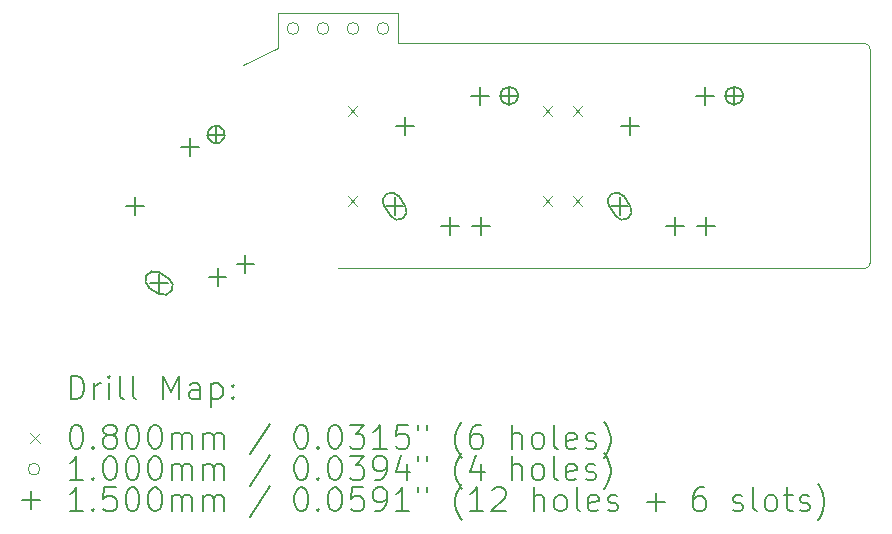
<source format=gbr>
%TF.GenerationSoftware,KiCad,Pcbnew,7.0.5*%
%TF.CreationDate,2023-08-20T02:01:26+08:00*%
%TF.ProjectId,RT,52542e6b-6963-4616-945f-706362585858,rev?*%
%TF.SameCoordinates,Original*%
%TF.FileFunction,Drillmap*%
%TF.FilePolarity,Positive*%
%FSLAX45Y45*%
G04 Gerber Fmt 4.5, Leading zero omitted, Abs format (unit mm)*
G04 Created by KiCad (PCBNEW 7.0.5) date 2023-08-20 02:01:26*
%MOMM*%
%LPD*%
G01*
G04 APERTURE LIST*
%ADD10C,0.100000*%
%ADD11C,0.200000*%
%ADD12C,0.080000*%
%ADD13C,0.150000*%
G04 APERTURE END LIST*
D10*
X13251500Y-11097500D02*
X17711500Y-11097500D01*
X17761500Y-9242500D02*
X17761500Y-11047500D01*
X13763000Y-9192500D02*
X13763000Y-8938000D01*
X13763000Y-9192500D02*
X17711500Y-9192500D01*
X17761500Y-9242500D02*
G75*
G03*
X17711500Y-9192500I-50000J0D01*
G01*
X12446409Y-9370987D02*
X12747000Y-9231000D01*
X12747000Y-8938000D02*
X12747000Y-9231000D01*
X13763000Y-8938000D02*
X12747000Y-8938000D01*
X17711500Y-11097500D02*
G75*
G03*
X17761500Y-11047500I0J50000D01*
G01*
D11*
D12*
X13338500Y-9725000D02*
X13418500Y-9805000D01*
X13418500Y-9725000D02*
X13338500Y-9805000D01*
X13338500Y-10485000D02*
X13418500Y-10565000D01*
X13418500Y-10485000D02*
X13338500Y-10565000D01*
X14989500Y-9725000D02*
X15069500Y-9805000D01*
X15069500Y-9725000D02*
X14989500Y-9805000D01*
X14989500Y-10485000D02*
X15069500Y-10565000D01*
X15069500Y-10485000D02*
X14989500Y-10565000D01*
X15243500Y-9725000D02*
X15323500Y-9805000D01*
X15323500Y-9725000D02*
X15243500Y-9805000D01*
X15243500Y-10485000D02*
X15323500Y-10565000D01*
X15323500Y-10485000D02*
X15243500Y-10565000D01*
D10*
X12924000Y-9065000D02*
G75*
G03*
X12924000Y-9065000I-50000J0D01*
G01*
X13178000Y-9065000D02*
G75*
G03*
X13178000Y-9065000I-50000J0D01*
G01*
X13432000Y-9065000D02*
G75*
G03*
X13432000Y-9065000I-50000J0D01*
G01*
X13686000Y-9065000D02*
G75*
G03*
X13686000Y-9065000I-50000J0D01*
G01*
D13*
X11533047Y-10492605D02*
X11533047Y-10642605D01*
X11458047Y-10567605D02*
X11608047Y-10567605D01*
X11739343Y-11145601D02*
X11739343Y-11295601D01*
X11664343Y-11220601D02*
X11814343Y-11220601D01*
D11*
X11821030Y-11182492D02*
X11735584Y-11130540D01*
X11735584Y-11130540D02*
G75*
G03*
X11657656Y-11258709I-38964J-64084D01*
G01*
X11657656Y-11258709D02*
X11743102Y-11310661D01*
X11743102Y-11310661D02*
G75*
G03*
X11821030Y-11182492I38964J64084D01*
G01*
D13*
X12000362Y-9992227D02*
X12000362Y-10142227D01*
X11925362Y-10067227D02*
X12075362Y-10067227D01*
X12223314Y-9888263D02*
X12223314Y-10038263D01*
X12148314Y-9963263D02*
X12298314Y-9963263D01*
D11*
X12291287Y-9931567D02*
X12291287Y-9931567D01*
X12291287Y-9931567D02*
G75*
G03*
X12155341Y-9994960I-67973J-31696D01*
G01*
X12155341Y-9994960D02*
X12155341Y-9994960D01*
X12155341Y-9994960D02*
G75*
G03*
X12291287Y-9931567I67973J31696D01*
G01*
D13*
X12235040Y-11096511D02*
X12235040Y-11246511D01*
X12160040Y-11171511D02*
X12310040Y-11171511D01*
X12470680Y-10986630D02*
X12470680Y-11136630D01*
X12395680Y-11061630D02*
X12545680Y-11061630D01*
X13734000Y-10495000D02*
X13734000Y-10645000D01*
X13659000Y-10570000D02*
X13809000Y-10570000D01*
D11*
X13824139Y-10569984D02*
X13768654Y-10486789D01*
X13768654Y-10486789D02*
G75*
G03*
X13643861Y-10570016I-62397J-41613D01*
G01*
X13643861Y-10570016D02*
X13699346Y-10653211D01*
X13699346Y-10653211D02*
G75*
G03*
X13824139Y-10569984I62397J41613D01*
G01*
D13*
X13823000Y-9816000D02*
X13823000Y-9966000D01*
X13748000Y-9891000D02*
X13898000Y-9891000D01*
X14204000Y-10660000D02*
X14204000Y-10810000D01*
X14129000Y-10735000D02*
X14279000Y-10735000D01*
X14458000Y-9560000D02*
X14458000Y-9710000D01*
X14383000Y-9635000D02*
X14533000Y-9635000D01*
X14464000Y-10660000D02*
X14464000Y-10810000D01*
X14389000Y-10735000D02*
X14539000Y-10735000D01*
X14704000Y-9560000D02*
X14704000Y-9710000D01*
X14629000Y-9635000D02*
X14779000Y-9635000D01*
D11*
X14779000Y-9635000D02*
X14779000Y-9635000D01*
X14779000Y-9635000D02*
G75*
G03*
X14629000Y-9635000I-75000J0D01*
G01*
X14629000Y-9635000D02*
X14629000Y-9635000D01*
X14629000Y-9635000D02*
G75*
G03*
X14779000Y-9635000I75000J0D01*
G01*
D13*
X15639000Y-10495000D02*
X15639000Y-10645000D01*
X15564000Y-10570000D02*
X15714000Y-10570000D01*
D11*
X15729139Y-10569984D02*
X15673654Y-10486789D01*
X15673654Y-10486789D02*
G75*
G03*
X15548861Y-10570016I-62397J-41613D01*
G01*
X15548861Y-10570016D02*
X15604346Y-10653211D01*
X15604346Y-10653211D02*
G75*
G03*
X15729139Y-10569984I62397J41613D01*
G01*
D13*
X15728000Y-9816000D02*
X15728000Y-9966000D01*
X15653000Y-9891000D02*
X15803000Y-9891000D01*
X16109000Y-10660000D02*
X16109000Y-10810000D01*
X16034000Y-10735000D02*
X16184000Y-10735000D01*
X16363000Y-9560000D02*
X16363000Y-9710000D01*
X16288000Y-9635000D02*
X16438000Y-9635000D01*
X16369000Y-10660000D02*
X16369000Y-10810000D01*
X16294000Y-10735000D02*
X16444000Y-10735000D01*
X16609000Y-9560000D02*
X16609000Y-9710000D01*
X16534000Y-9635000D02*
X16684000Y-9635000D01*
D11*
X16684000Y-9635000D02*
X16684000Y-9635000D01*
X16684000Y-9635000D02*
G75*
G03*
X16534000Y-9635000I-75000J0D01*
G01*
X16534000Y-9635000D02*
X16534000Y-9635000D01*
X16534000Y-9635000D02*
G75*
G03*
X16684000Y-9635000I75000J0D01*
G01*
X10991116Y-12203629D02*
X10991116Y-12003629D01*
X10991116Y-12003629D02*
X11038735Y-12003629D01*
X11038735Y-12003629D02*
X11067307Y-12013152D01*
X11067307Y-12013152D02*
X11086354Y-12032200D01*
X11086354Y-12032200D02*
X11095878Y-12051248D01*
X11095878Y-12051248D02*
X11105402Y-12089343D01*
X11105402Y-12089343D02*
X11105402Y-12117914D01*
X11105402Y-12117914D02*
X11095878Y-12156010D01*
X11095878Y-12156010D02*
X11086354Y-12175057D01*
X11086354Y-12175057D02*
X11067307Y-12194105D01*
X11067307Y-12194105D02*
X11038735Y-12203629D01*
X11038735Y-12203629D02*
X10991116Y-12203629D01*
X11191116Y-12203629D02*
X11191116Y-12070295D01*
X11191116Y-12108391D02*
X11200640Y-12089343D01*
X11200640Y-12089343D02*
X11210164Y-12079819D01*
X11210164Y-12079819D02*
X11229211Y-12070295D01*
X11229211Y-12070295D02*
X11248259Y-12070295D01*
X11314926Y-12203629D02*
X11314926Y-12070295D01*
X11314926Y-12003629D02*
X11305402Y-12013152D01*
X11305402Y-12013152D02*
X11314926Y-12022676D01*
X11314926Y-12022676D02*
X11324450Y-12013152D01*
X11324450Y-12013152D02*
X11314926Y-12003629D01*
X11314926Y-12003629D02*
X11314926Y-12022676D01*
X11438735Y-12203629D02*
X11419688Y-12194105D01*
X11419688Y-12194105D02*
X11410164Y-12175057D01*
X11410164Y-12175057D02*
X11410164Y-12003629D01*
X11543497Y-12203629D02*
X11524450Y-12194105D01*
X11524450Y-12194105D02*
X11514926Y-12175057D01*
X11514926Y-12175057D02*
X11514926Y-12003629D01*
X11772069Y-12203629D02*
X11772069Y-12003629D01*
X11772069Y-12003629D02*
X11838735Y-12146486D01*
X11838735Y-12146486D02*
X11905402Y-12003629D01*
X11905402Y-12003629D02*
X11905402Y-12203629D01*
X12086354Y-12203629D02*
X12086354Y-12098867D01*
X12086354Y-12098867D02*
X12076831Y-12079819D01*
X12076831Y-12079819D02*
X12057783Y-12070295D01*
X12057783Y-12070295D02*
X12019688Y-12070295D01*
X12019688Y-12070295D02*
X12000640Y-12079819D01*
X12086354Y-12194105D02*
X12067307Y-12203629D01*
X12067307Y-12203629D02*
X12019688Y-12203629D01*
X12019688Y-12203629D02*
X12000640Y-12194105D01*
X12000640Y-12194105D02*
X11991116Y-12175057D01*
X11991116Y-12175057D02*
X11991116Y-12156010D01*
X11991116Y-12156010D02*
X12000640Y-12136962D01*
X12000640Y-12136962D02*
X12019688Y-12127438D01*
X12019688Y-12127438D02*
X12067307Y-12127438D01*
X12067307Y-12127438D02*
X12086354Y-12117914D01*
X12181592Y-12070295D02*
X12181592Y-12270295D01*
X12181592Y-12079819D02*
X12200640Y-12070295D01*
X12200640Y-12070295D02*
X12238735Y-12070295D01*
X12238735Y-12070295D02*
X12257783Y-12079819D01*
X12257783Y-12079819D02*
X12267307Y-12089343D01*
X12267307Y-12089343D02*
X12276831Y-12108391D01*
X12276831Y-12108391D02*
X12276831Y-12165533D01*
X12276831Y-12165533D02*
X12267307Y-12184581D01*
X12267307Y-12184581D02*
X12257783Y-12194105D01*
X12257783Y-12194105D02*
X12238735Y-12203629D01*
X12238735Y-12203629D02*
X12200640Y-12203629D01*
X12200640Y-12203629D02*
X12181592Y-12194105D01*
X12362545Y-12184581D02*
X12372069Y-12194105D01*
X12372069Y-12194105D02*
X12362545Y-12203629D01*
X12362545Y-12203629D02*
X12353021Y-12194105D01*
X12353021Y-12194105D02*
X12362545Y-12184581D01*
X12362545Y-12184581D02*
X12362545Y-12203629D01*
X12362545Y-12079819D02*
X12372069Y-12089343D01*
X12372069Y-12089343D02*
X12362545Y-12098867D01*
X12362545Y-12098867D02*
X12353021Y-12089343D01*
X12353021Y-12089343D02*
X12362545Y-12079819D01*
X12362545Y-12079819D02*
X12362545Y-12098867D01*
D12*
X10650340Y-12492145D02*
X10730340Y-12572145D01*
X10730340Y-12492145D02*
X10650340Y-12572145D01*
D11*
X11029212Y-12423629D02*
X11048259Y-12423629D01*
X11048259Y-12423629D02*
X11067307Y-12433152D01*
X11067307Y-12433152D02*
X11076831Y-12442676D01*
X11076831Y-12442676D02*
X11086354Y-12461724D01*
X11086354Y-12461724D02*
X11095878Y-12499819D01*
X11095878Y-12499819D02*
X11095878Y-12547438D01*
X11095878Y-12547438D02*
X11086354Y-12585533D01*
X11086354Y-12585533D02*
X11076831Y-12604581D01*
X11076831Y-12604581D02*
X11067307Y-12614105D01*
X11067307Y-12614105D02*
X11048259Y-12623629D01*
X11048259Y-12623629D02*
X11029212Y-12623629D01*
X11029212Y-12623629D02*
X11010164Y-12614105D01*
X11010164Y-12614105D02*
X11000640Y-12604581D01*
X11000640Y-12604581D02*
X10991116Y-12585533D01*
X10991116Y-12585533D02*
X10981593Y-12547438D01*
X10981593Y-12547438D02*
X10981593Y-12499819D01*
X10981593Y-12499819D02*
X10991116Y-12461724D01*
X10991116Y-12461724D02*
X11000640Y-12442676D01*
X11000640Y-12442676D02*
X11010164Y-12433152D01*
X11010164Y-12433152D02*
X11029212Y-12423629D01*
X11181593Y-12604581D02*
X11191116Y-12614105D01*
X11191116Y-12614105D02*
X11181593Y-12623629D01*
X11181593Y-12623629D02*
X11172069Y-12614105D01*
X11172069Y-12614105D02*
X11181593Y-12604581D01*
X11181593Y-12604581D02*
X11181593Y-12623629D01*
X11305402Y-12509343D02*
X11286354Y-12499819D01*
X11286354Y-12499819D02*
X11276831Y-12490295D01*
X11276831Y-12490295D02*
X11267307Y-12471248D01*
X11267307Y-12471248D02*
X11267307Y-12461724D01*
X11267307Y-12461724D02*
X11276831Y-12442676D01*
X11276831Y-12442676D02*
X11286354Y-12433152D01*
X11286354Y-12433152D02*
X11305402Y-12423629D01*
X11305402Y-12423629D02*
X11343497Y-12423629D01*
X11343497Y-12423629D02*
X11362545Y-12433152D01*
X11362545Y-12433152D02*
X11372069Y-12442676D01*
X11372069Y-12442676D02*
X11381592Y-12461724D01*
X11381592Y-12461724D02*
X11381592Y-12471248D01*
X11381592Y-12471248D02*
X11372069Y-12490295D01*
X11372069Y-12490295D02*
X11362545Y-12499819D01*
X11362545Y-12499819D02*
X11343497Y-12509343D01*
X11343497Y-12509343D02*
X11305402Y-12509343D01*
X11305402Y-12509343D02*
X11286354Y-12518867D01*
X11286354Y-12518867D02*
X11276831Y-12528391D01*
X11276831Y-12528391D02*
X11267307Y-12547438D01*
X11267307Y-12547438D02*
X11267307Y-12585533D01*
X11267307Y-12585533D02*
X11276831Y-12604581D01*
X11276831Y-12604581D02*
X11286354Y-12614105D01*
X11286354Y-12614105D02*
X11305402Y-12623629D01*
X11305402Y-12623629D02*
X11343497Y-12623629D01*
X11343497Y-12623629D02*
X11362545Y-12614105D01*
X11362545Y-12614105D02*
X11372069Y-12604581D01*
X11372069Y-12604581D02*
X11381592Y-12585533D01*
X11381592Y-12585533D02*
X11381592Y-12547438D01*
X11381592Y-12547438D02*
X11372069Y-12528391D01*
X11372069Y-12528391D02*
X11362545Y-12518867D01*
X11362545Y-12518867D02*
X11343497Y-12509343D01*
X11505402Y-12423629D02*
X11524450Y-12423629D01*
X11524450Y-12423629D02*
X11543497Y-12433152D01*
X11543497Y-12433152D02*
X11553021Y-12442676D01*
X11553021Y-12442676D02*
X11562545Y-12461724D01*
X11562545Y-12461724D02*
X11572069Y-12499819D01*
X11572069Y-12499819D02*
X11572069Y-12547438D01*
X11572069Y-12547438D02*
X11562545Y-12585533D01*
X11562545Y-12585533D02*
X11553021Y-12604581D01*
X11553021Y-12604581D02*
X11543497Y-12614105D01*
X11543497Y-12614105D02*
X11524450Y-12623629D01*
X11524450Y-12623629D02*
X11505402Y-12623629D01*
X11505402Y-12623629D02*
X11486354Y-12614105D01*
X11486354Y-12614105D02*
X11476831Y-12604581D01*
X11476831Y-12604581D02*
X11467307Y-12585533D01*
X11467307Y-12585533D02*
X11457783Y-12547438D01*
X11457783Y-12547438D02*
X11457783Y-12499819D01*
X11457783Y-12499819D02*
X11467307Y-12461724D01*
X11467307Y-12461724D02*
X11476831Y-12442676D01*
X11476831Y-12442676D02*
X11486354Y-12433152D01*
X11486354Y-12433152D02*
X11505402Y-12423629D01*
X11695878Y-12423629D02*
X11714926Y-12423629D01*
X11714926Y-12423629D02*
X11733973Y-12433152D01*
X11733973Y-12433152D02*
X11743497Y-12442676D01*
X11743497Y-12442676D02*
X11753021Y-12461724D01*
X11753021Y-12461724D02*
X11762545Y-12499819D01*
X11762545Y-12499819D02*
X11762545Y-12547438D01*
X11762545Y-12547438D02*
X11753021Y-12585533D01*
X11753021Y-12585533D02*
X11743497Y-12604581D01*
X11743497Y-12604581D02*
X11733973Y-12614105D01*
X11733973Y-12614105D02*
X11714926Y-12623629D01*
X11714926Y-12623629D02*
X11695878Y-12623629D01*
X11695878Y-12623629D02*
X11676831Y-12614105D01*
X11676831Y-12614105D02*
X11667307Y-12604581D01*
X11667307Y-12604581D02*
X11657783Y-12585533D01*
X11657783Y-12585533D02*
X11648259Y-12547438D01*
X11648259Y-12547438D02*
X11648259Y-12499819D01*
X11648259Y-12499819D02*
X11657783Y-12461724D01*
X11657783Y-12461724D02*
X11667307Y-12442676D01*
X11667307Y-12442676D02*
X11676831Y-12433152D01*
X11676831Y-12433152D02*
X11695878Y-12423629D01*
X11848259Y-12623629D02*
X11848259Y-12490295D01*
X11848259Y-12509343D02*
X11857783Y-12499819D01*
X11857783Y-12499819D02*
X11876831Y-12490295D01*
X11876831Y-12490295D02*
X11905402Y-12490295D01*
X11905402Y-12490295D02*
X11924450Y-12499819D01*
X11924450Y-12499819D02*
X11933973Y-12518867D01*
X11933973Y-12518867D02*
X11933973Y-12623629D01*
X11933973Y-12518867D02*
X11943497Y-12499819D01*
X11943497Y-12499819D02*
X11962545Y-12490295D01*
X11962545Y-12490295D02*
X11991116Y-12490295D01*
X11991116Y-12490295D02*
X12010164Y-12499819D01*
X12010164Y-12499819D02*
X12019688Y-12518867D01*
X12019688Y-12518867D02*
X12019688Y-12623629D01*
X12114926Y-12623629D02*
X12114926Y-12490295D01*
X12114926Y-12509343D02*
X12124450Y-12499819D01*
X12124450Y-12499819D02*
X12143497Y-12490295D01*
X12143497Y-12490295D02*
X12172069Y-12490295D01*
X12172069Y-12490295D02*
X12191116Y-12499819D01*
X12191116Y-12499819D02*
X12200640Y-12518867D01*
X12200640Y-12518867D02*
X12200640Y-12623629D01*
X12200640Y-12518867D02*
X12210164Y-12499819D01*
X12210164Y-12499819D02*
X12229212Y-12490295D01*
X12229212Y-12490295D02*
X12257783Y-12490295D01*
X12257783Y-12490295D02*
X12276831Y-12499819D01*
X12276831Y-12499819D02*
X12286354Y-12518867D01*
X12286354Y-12518867D02*
X12286354Y-12623629D01*
X12676831Y-12414105D02*
X12505402Y-12671248D01*
X12933974Y-12423629D02*
X12953021Y-12423629D01*
X12953021Y-12423629D02*
X12972069Y-12433152D01*
X12972069Y-12433152D02*
X12981593Y-12442676D01*
X12981593Y-12442676D02*
X12991116Y-12461724D01*
X12991116Y-12461724D02*
X13000640Y-12499819D01*
X13000640Y-12499819D02*
X13000640Y-12547438D01*
X13000640Y-12547438D02*
X12991116Y-12585533D01*
X12991116Y-12585533D02*
X12981593Y-12604581D01*
X12981593Y-12604581D02*
X12972069Y-12614105D01*
X12972069Y-12614105D02*
X12953021Y-12623629D01*
X12953021Y-12623629D02*
X12933974Y-12623629D01*
X12933974Y-12623629D02*
X12914926Y-12614105D01*
X12914926Y-12614105D02*
X12905402Y-12604581D01*
X12905402Y-12604581D02*
X12895878Y-12585533D01*
X12895878Y-12585533D02*
X12886355Y-12547438D01*
X12886355Y-12547438D02*
X12886355Y-12499819D01*
X12886355Y-12499819D02*
X12895878Y-12461724D01*
X12895878Y-12461724D02*
X12905402Y-12442676D01*
X12905402Y-12442676D02*
X12914926Y-12433152D01*
X12914926Y-12433152D02*
X12933974Y-12423629D01*
X13086355Y-12604581D02*
X13095878Y-12614105D01*
X13095878Y-12614105D02*
X13086355Y-12623629D01*
X13086355Y-12623629D02*
X13076831Y-12614105D01*
X13076831Y-12614105D02*
X13086355Y-12604581D01*
X13086355Y-12604581D02*
X13086355Y-12623629D01*
X13219688Y-12423629D02*
X13238736Y-12423629D01*
X13238736Y-12423629D02*
X13257783Y-12433152D01*
X13257783Y-12433152D02*
X13267307Y-12442676D01*
X13267307Y-12442676D02*
X13276831Y-12461724D01*
X13276831Y-12461724D02*
X13286355Y-12499819D01*
X13286355Y-12499819D02*
X13286355Y-12547438D01*
X13286355Y-12547438D02*
X13276831Y-12585533D01*
X13276831Y-12585533D02*
X13267307Y-12604581D01*
X13267307Y-12604581D02*
X13257783Y-12614105D01*
X13257783Y-12614105D02*
X13238736Y-12623629D01*
X13238736Y-12623629D02*
X13219688Y-12623629D01*
X13219688Y-12623629D02*
X13200640Y-12614105D01*
X13200640Y-12614105D02*
X13191116Y-12604581D01*
X13191116Y-12604581D02*
X13181593Y-12585533D01*
X13181593Y-12585533D02*
X13172069Y-12547438D01*
X13172069Y-12547438D02*
X13172069Y-12499819D01*
X13172069Y-12499819D02*
X13181593Y-12461724D01*
X13181593Y-12461724D02*
X13191116Y-12442676D01*
X13191116Y-12442676D02*
X13200640Y-12433152D01*
X13200640Y-12433152D02*
X13219688Y-12423629D01*
X13353021Y-12423629D02*
X13476831Y-12423629D01*
X13476831Y-12423629D02*
X13410164Y-12499819D01*
X13410164Y-12499819D02*
X13438736Y-12499819D01*
X13438736Y-12499819D02*
X13457783Y-12509343D01*
X13457783Y-12509343D02*
X13467307Y-12518867D01*
X13467307Y-12518867D02*
X13476831Y-12537914D01*
X13476831Y-12537914D02*
X13476831Y-12585533D01*
X13476831Y-12585533D02*
X13467307Y-12604581D01*
X13467307Y-12604581D02*
X13457783Y-12614105D01*
X13457783Y-12614105D02*
X13438736Y-12623629D01*
X13438736Y-12623629D02*
X13381593Y-12623629D01*
X13381593Y-12623629D02*
X13362545Y-12614105D01*
X13362545Y-12614105D02*
X13353021Y-12604581D01*
X13667307Y-12623629D02*
X13553021Y-12623629D01*
X13610164Y-12623629D02*
X13610164Y-12423629D01*
X13610164Y-12423629D02*
X13591116Y-12452200D01*
X13591116Y-12452200D02*
X13572069Y-12471248D01*
X13572069Y-12471248D02*
X13553021Y-12480771D01*
X13848259Y-12423629D02*
X13753021Y-12423629D01*
X13753021Y-12423629D02*
X13743497Y-12518867D01*
X13743497Y-12518867D02*
X13753021Y-12509343D01*
X13753021Y-12509343D02*
X13772069Y-12499819D01*
X13772069Y-12499819D02*
X13819688Y-12499819D01*
X13819688Y-12499819D02*
X13838736Y-12509343D01*
X13838736Y-12509343D02*
X13848259Y-12518867D01*
X13848259Y-12518867D02*
X13857783Y-12537914D01*
X13857783Y-12537914D02*
X13857783Y-12585533D01*
X13857783Y-12585533D02*
X13848259Y-12604581D01*
X13848259Y-12604581D02*
X13838736Y-12614105D01*
X13838736Y-12614105D02*
X13819688Y-12623629D01*
X13819688Y-12623629D02*
X13772069Y-12623629D01*
X13772069Y-12623629D02*
X13753021Y-12614105D01*
X13753021Y-12614105D02*
X13743497Y-12604581D01*
X13933974Y-12423629D02*
X13933974Y-12461724D01*
X14010164Y-12423629D02*
X14010164Y-12461724D01*
X14305402Y-12699819D02*
X14295878Y-12690295D01*
X14295878Y-12690295D02*
X14276831Y-12661724D01*
X14276831Y-12661724D02*
X14267307Y-12642676D01*
X14267307Y-12642676D02*
X14257783Y-12614105D01*
X14257783Y-12614105D02*
X14248259Y-12566486D01*
X14248259Y-12566486D02*
X14248259Y-12528391D01*
X14248259Y-12528391D02*
X14257783Y-12480771D01*
X14257783Y-12480771D02*
X14267307Y-12452200D01*
X14267307Y-12452200D02*
X14276831Y-12433152D01*
X14276831Y-12433152D02*
X14295878Y-12404581D01*
X14295878Y-12404581D02*
X14305402Y-12395057D01*
X14467307Y-12423629D02*
X14429212Y-12423629D01*
X14429212Y-12423629D02*
X14410164Y-12433152D01*
X14410164Y-12433152D02*
X14400640Y-12442676D01*
X14400640Y-12442676D02*
X14381593Y-12471248D01*
X14381593Y-12471248D02*
X14372069Y-12509343D01*
X14372069Y-12509343D02*
X14372069Y-12585533D01*
X14372069Y-12585533D02*
X14381593Y-12604581D01*
X14381593Y-12604581D02*
X14391117Y-12614105D01*
X14391117Y-12614105D02*
X14410164Y-12623629D01*
X14410164Y-12623629D02*
X14448259Y-12623629D01*
X14448259Y-12623629D02*
X14467307Y-12614105D01*
X14467307Y-12614105D02*
X14476831Y-12604581D01*
X14476831Y-12604581D02*
X14486355Y-12585533D01*
X14486355Y-12585533D02*
X14486355Y-12537914D01*
X14486355Y-12537914D02*
X14476831Y-12518867D01*
X14476831Y-12518867D02*
X14467307Y-12509343D01*
X14467307Y-12509343D02*
X14448259Y-12499819D01*
X14448259Y-12499819D02*
X14410164Y-12499819D01*
X14410164Y-12499819D02*
X14391117Y-12509343D01*
X14391117Y-12509343D02*
X14381593Y-12518867D01*
X14381593Y-12518867D02*
X14372069Y-12537914D01*
X14724450Y-12623629D02*
X14724450Y-12423629D01*
X14810164Y-12623629D02*
X14810164Y-12518867D01*
X14810164Y-12518867D02*
X14800640Y-12499819D01*
X14800640Y-12499819D02*
X14781593Y-12490295D01*
X14781593Y-12490295D02*
X14753021Y-12490295D01*
X14753021Y-12490295D02*
X14733974Y-12499819D01*
X14733974Y-12499819D02*
X14724450Y-12509343D01*
X14933974Y-12623629D02*
X14914926Y-12614105D01*
X14914926Y-12614105D02*
X14905402Y-12604581D01*
X14905402Y-12604581D02*
X14895879Y-12585533D01*
X14895879Y-12585533D02*
X14895879Y-12528391D01*
X14895879Y-12528391D02*
X14905402Y-12509343D01*
X14905402Y-12509343D02*
X14914926Y-12499819D01*
X14914926Y-12499819D02*
X14933974Y-12490295D01*
X14933974Y-12490295D02*
X14962545Y-12490295D01*
X14962545Y-12490295D02*
X14981593Y-12499819D01*
X14981593Y-12499819D02*
X14991117Y-12509343D01*
X14991117Y-12509343D02*
X15000640Y-12528391D01*
X15000640Y-12528391D02*
X15000640Y-12585533D01*
X15000640Y-12585533D02*
X14991117Y-12604581D01*
X14991117Y-12604581D02*
X14981593Y-12614105D01*
X14981593Y-12614105D02*
X14962545Y-12623629D01*
X14962545Y-12623629D02*
X14933974Y-12623629D01*
X15114926Y-12623629D02*
X15095879Y-12614105D01*
X15095879Y-12614105D02*
X15086355Y-12595057D01*
X15086355Y-12595057D02*
X15086355Y-12423629D01*
X15267307Y-12614105D02*
X15248260Y-12623629D01*
X15248260Y-12623629D02*
X15210164Y-12623629D01*
X15210164Y-12623629D02*
X15191117Y-12614105D01*
X15191117Y-12614105D02*
X15181593Y-12595057D01*
X15181593Y-12595057D02*
X15181593Y-12518867D01*
X15181593Y-12518867D02*
X15191117Y-12499819D01*
X15191117Y-12499819D02*
X15210164Y-12490295D01*
X15210164Y-12490295D02*
X15248260Y-12490295D01*
X15248260Y-12490295D02*
X15267307Y-12499819D01*
X15267307Y-12499819D02*
X15276831Y-12518867D01*
X15276831Y-12518867D02*
X15276831Y-12537914D01*
X15276831Y-12537914D02*
X15181593Y-12556962D01*
X15353021Y-12614105D02*
X15372069Y-12623629D01*
X15372069Y-12623629D02*
X15410164Y-12623629D01*
X15410164Y-12623629D02*
X15429212Y-12614105D01*
X15429212Y-12614105D02*
X15438736Y-12595057D01*
X15438736Y-12595057D02*
X15438736Y-12585533D01*
X15438736Y-12585533D02*
X15429212Y-12566486D01*
X15429212Y-12566486D02*
X15410164Y-12556962D01*
X15410164Y-12556962D02*
X15381593Y-12556962D01*
X15381593Y-12556962D02*
X15362545Y-12547438D01*
X15362545Y-12547438D02*
X15353021Y-12528391D01*
X15353021Y-12528391D02*
X15353021Y-12518867D01*
X15353021Y-12518867D02*
X15362545Y-12499819D01*
X15362545Y-12499819D02*
X15381593Y-12490295D01*
X15381593Y-12490295D02*
X15410164Y-12490295D01*
X15410164Y-12490295D02*
X15429212Y-12499819D01*
X15505402Y-12699819D02*
X15514926Y-12690295D01*
X15514926Y-12690295D02*
X15533974Y-12661724D01*
X15533974Y-12661724D02*
X15543498Y-12642676D01*
X15543498Y-12642676D02*
X15553021Y-12614105D01*
X15553021Y-12614105D02*
X15562545Y-12566486D01*
X15562545Y-12566486D02*
X15562545Y-12528391D01*
X15562545Y-12528391D02*
X15553021Y-12480771D01*
X15553021Y-12480771D02*
X15543498Y-12452200D01*
X15543498Y-12452200D02*
X15533974Y-12433152D01*
X15533974Y-12433152D02*
X15514926Y-12404581D01*
X15514926Y-12404581D02*
X15505402Y-12395057D01*
D10*
X10730340Y-12796145D02*
G75*
G03*
X10730340Y-12796145I-50000J0D01*
G01*
D11*
X11095878Y-12887629D02*
X10981593Y-12887629D01*
X11038735Y-12887629D02*
X11038735Y-12687629D01*
X11038735Y-12687629D02*
X11019688Y-12716200D01*
X11019688Y-12716200D02*
X11000640Y-12735248D01*
X11000640Y-12735248D02*
X10981593Y-12744771D01*
X11181593Y-12868581D02*
X11191116Y-12878105D01*
X11191116Y-12878105D02*
X11181593Y-12887629D01*
X11181593Y-12887629D02*
X11172069Y-12878105D01*
X11172069Y-12878105D02*
X11181593Y-12868581D01*
X11181593Y-12868581D02*
X11181593Y-12887629D01*
X11314926Y-12687629D02*
X11333973Y-12687629D01*
X11333973Y-12687629D02*
X11353021Y-12697152D01*
X11353021Y-12697152D02*
X11362545Y-12706676D01*
X11362545Y-12706676D02*
X11372069Y-12725724D01*
X11372069Y-12725724D02*
X11381592Y-12763819D01*
X11381592Y-12763819D02*
X11381592Y-12811438D01*
X11381592Y-12811438D02*
X11372069Y-12849533D01*
X11372069Y-12849533D02*
X11362545Y-12868581D01*
X11362545Y-12868581D02*
X11353021Y-12878105D01*
X11353021Y-12878105D02*
X11333973Y-12887629D01*
X11333973Y-12887629D02*
X11314926Y-12887629D01*
X11314926Y-12887629D02*
X11295878Y-12878105D01*
X11295878Y-12878105D02*
X11286354Y-12868581D01*
X11286354Y-12868581D02*
X11276831Y-12849533D01*
X11276831Y-12849533D02*
X11267307Y-12811438D01*
X11267307Y-12811438D02*
X11267307Y-12763819D01*
X11267307Y-12763819D02*
X11276831Y-12725724D01*
X11276831Y-12725724D02*
X11286354Y-12706676D01*
X11286354Y-12706676D02*
X11295878Y-12697152D01*
X11295878Y-12697152D02*
X11314926Y-12687629D01*
X11505402Y-12687629D02*
X11524450Y-12687629D01*
X11524450Y-12687629D02*
X11543497Y-12697152D01*
X11543497Y-12697152D02*
X11553021Y-12706676D01*
X11553021Y-12706676D02*
X11562545Y-12725724D01*
X11562545Y-12725724D02*
X11572069Y-12763819D01*
X11572069Y-12763819D02*
X11572069Y-12811438D01*
X11572069Y-12811438D02*
X11562545Y-12849533D01*
X11562545Y-12849533D02*
X11553021Y-12868581D01*
X11553021Y-12868581D02*
X11543497Y-12878105D01*
X11543497Y-12878105D02*
X11524450Y-12887629D01*
X11524450Y-12887629D02*
X11505402Y-12887629D01*
X11505402Y-12887629D02*
X11486354Y-12878105D01*
X11486354Y-12878105D02*
X11476831Y-12868581D01*
X11476831Y-12868581D02*
X11467307Y-12849533D01*
X11467307Y-12849533D02*
X11457783Y-12811438D01*
X11457783Y-12811438D02*
X11457783Y-12763819D01*
X11457783Y-12763819D02*
X11467307Y-12725724D01*
X11467307Y-12725724D02*
X11476831Y-12706676D01*
X11476831Y-12706676D02*
X11486354Y-12697152D01*
X11486354Y-12697152D02*
X11505402Y-12687629D01*
X11695878Y-12687629D02*
X11714926Y-12687629D01*
X11714926Y-12687629D02*
X11733973Y-12697152D01*
X11733973Y-12697152D02*
X11743497Y-12706676D01*
X11743497Y-12706676D02*
X11753021Y-12725724D01*
X11753021Y-12725724D02*
X11762545Y-12763819D01*
X11762545Y-12763819D02*
X11762545Y-12811438D01*
X11762545Y-12811438D02*
X11753021Y-12849533D01*
X11753021Y-12849533D02*
X11743497Y-12868581D01*
X11743497Y-12868581D02*
X11733973Y-12878105D01*
X11733973Y-12878105D02*
X11714926Y-12887629D01*
X11714926Y-12887629D02*
X11695878Y-12887629D01*
X11695878Y-12887629D02*
X11676831Y-12878105D01*
X11676831Y-12878105D02*
X11667307Y-12868581D01*
X11667307Y-12868581D02*
X11657783Y-12849533D01*
X11657783Y-12849533D02*
X11648259Y-12811438D01*
X11648259Y-12811438D02*
X11648259Y-12763819D01*
X11648259Y-12763819D02*
X11657783Y-12725724D01*
X11657783Y-12725724D02*
X11667307Y-12706676D01*
X11667307Y-12706676D02*
X11676831Y-12697152D01*
X11676831Y-12697152D02*
X11695878Y-12687629D01*
X11848259Y-12887629D02*
X11848259Y-12754295D01*
X11848259Y-12773343D02*
X11857783Y-12763819D01*
X11857783Y-12763819D02*
X11876831Y-12754295D01*
X11876831Y-12754295D02*
X11905402Y-12754295D01*
X11905402Y-12754295D02*
X11924450Y-12763819D01*
X11924450Y-12763819D02*
X11933973Y-12782867D01*
X11933973Y-12782867D02*
X11933973Y-12887629D01*
X11933973Y-12782867D02*
X11943497Y-12763819D01*
X11943497Y-12763819D02*
X11962545Y-12754295D01*
X11962545Y-12754295D02*
X11991116Y-12754295D01*
X11991116Y-12754295D02*
X12010164Y-12763819D01*
X12010164Y-12763819D02*
X12019688Y-12782867D01*
X12019688Y-12782867D02*
X12019688Y-12887629D01*
X12114926Y-12887629D02*
X12114926Y-12754295D01*
X12114926Y-12773343D02*
X12124450Y-12763819D01*
X12124450Y-12763819D02*
X12143497Y-12754295D01*
X12143497Y-12754295D02*
X12172069Y-12754295D01*
X12172069Y-12754295D02*
X12191116Y-12763819D01*
X12191116Y-12763819D02*
X12200640Y-12782867D01*
X12200640Y-12782867D02*
X12200640Y-12887629D01*
X12200640Y-12782867D02*
X12210164Y-12763819D01*
X12210164Y-12763819D02*
X12229212Y-12754295D01*
X12229212Y-12754295D02*
X12257783Y-12754295D01*
X12257783Y-12754295D02*
X12276831Y-12763819D01*
X12276831Y-12763819D02*
X12286354Y-12782867D01*
X12286354Y-12782867D02*
X12286354Y-12887629D01*
X12676831Y-12678105D02*
X12505402Y-12935248D01*
X12933974Y-12687629D02*
X12953021Y-12687629D01*
X12953021Y-12687629D02*
X12972069Y-12697152D01*
X12972069Y-12697152D02*
X12981593Y-12706676D01*
X12981593Y-12706676D02*
X12991116Y-12725724D01*
X12991116Y-12725724D02*
X13000640Y-12763819D01*
X13000640Y-12763819D02*
X13000640Y-12811438D01*
X13000640Y-12811438D02*
X12991116Y-12849533D01*
X12991116Y-12849533D02*
X12981593Y-12868581D01*
X12981593Y-12868581D02*
X12972069Y-12878105D01*
X12972069Y-12878105D02*
X12953021Y-12887629D01*
X12953021Y-12887629D02*
X12933974Y-12887629D01*
X12933974Y-12887629D02*
X12914926Y-12878105D01*
X12914926Y-12878105D02*
X12905402Y-12868581D01*
X12905402Y-12868581D02*
X12895878Y-12849533D01*
X12895878Y-12849533D02*
X12886355Y-12811438D01*
X12886355Y-12811438D02*
X12886355Y-12763819D01*
X12886355Y-12763819D02*
X12895878Y-12725724D01*
X12895878Y-12725724D02*
X12905402Y-12706676D01*
X12905402Y-12706676D02*
X12914926Y-12697152D01*
X12914926Y-12697152D02*
X12933974Y-12687629D01*
X13086355Y-12868581D02*
X13095878Y-12878105D01*
X13095878Y-12878105D02*
X13086355Y-12887629D01*
X13086355Y-12887629D02*
X13076831Y-12878105D01*
X13076831Y-12878105D02*
X13086355Y-12868581D01*
X13086355Y-12868581D02*
X13086355Y-12887629D01*
X13219688Y-12687629D02*
X13238736Y-12687629D01*
X13238736Y-12687629D02*
X13257783Y-12697152D01*
X13257783Y-12697152D02*
X13267307Y-12706676D01*
X13267307Y-12706676D02*
X13276831Y-12725724D01*
X13276831Y-12725724D02*
X13286355Y-12763819D01*
X13286355Y-12763819D02*
X13286355Y-12811438D01*
X13286355Y-12811438D02*
X13276831Y-12849533D01*
X13276831Y-12849533D02*
X13267307Y-12868581D01*
X13267307Y-12868581D02*
X13257783Y-12878105D01*
X13257783Y-12878105D02*
X13238736Y-12887629D01*
X13238736Y-12887629D02*
X13219688Y-12887629D01*
X13219688Y-12887629D02*
X13200640Y-12878105D01*
X13200640Y-12878105D02*
X13191116Y-12868581D01*
X13191116Y-12868581D02*
X13181593Y-12849533D01*
X13181593Y-12849533D02*
X13172069Y-12811438D01*
X13172069Y-12811438D02*
X13172069Y-12763819D01*
X13172069Y-12763819D02*
X13181593Y-12725724D01*
X13181593Y-12725724D02*
X13191116Y-12706676D01*
X13191116Y-12706676D02*
X13200640Y-12697152D01*
X13200640Y-12697152D02*
X13219688Y-12687629D01*
X13353021Y-12687629D02*
X13476831Y-12687629D01*
X13476831Y-12687629D02*
X13410164Y-12763819D01*
X13410164Y-12763819D02*
X13438736Y-12763819D01*
X13438736Y-12763819D02*
X13457783Y-12773343D01*
X13457783Y-12773343D02*
X13467307Y-12782867D01*
X13467307Y-12782867D02*
X13476831Y-12801914D01*
X13476831Y-12801914D02*
X13476831Y-12849533D01*
X13476831Y-12849533D02*
X13467307Y-12868581D01*
X13467307Y-12868581D02*
X13457783Y-12878105D01*
X13457783Y-12878105D02*
X13438736Y-12887629D01*
X13438736Y-12887629D02*
X13381593Y-12887629D01*
X13381593Y-12887629D02*
X13362545Y-12878105D01*
X13362545Y-12878105D02*
X13353021Y-12868581D01*
X13572069Y-12887629D02*
X13610164Y-12887629D01*
X13610164Y-12887629D02*
X13629212Y-12878105D01*
X13629212Y-12878105D02*
X13638736Y-12868581D01*
X13638736Y-12868581D02*
X13657783Y-12840010D01*
X13657783Y-12840010D02*
X13667307Y-12801914D01*
X13667307Y-12801914D02*
X13667307Y-12725724D01*
X13667307Y-12725724D02*
X13657783Y-12706676D01*
X13657783Y-12706676D02*
X13648259Y-12697152D01*
X13648259Y-12697152D02*
X13629212Y-12687629D01*
X13629212Y-12687629D02*
X13591116Y-12687629D01*
X13591116Y-12687629D02*
X13572069Y-12697152D01*
X13572069Y-12697152D02*
X13562545Y-12706676D01*
X13562545Y-12706676D02*
X13553021Y-12725724D01*
X13553021Y-12725724D02*
X13553021Y-12773343D01*
X13553021Y-12773343D02*
X13562545Y-12792391D01*
X13562545Y-12792391D02*
X13572069Y-12801914D01*
X13572069Y-12801914D02*
X13591116Y-12811438D01*
X13591116Y-12811438D02*
X13629212Y-12811438D01*
X13629212Y-12811438D02*
X13648259Y-12801914D01*
X13648259Y-12801914D02*
X13657783Y-12792391D01*
X13657783Y-12792391D02*
X13667307Y-12773343D01*
X13838736Y-12754295D02*
X13838736Y-12887629D01*
X13791116Y-12678105D02*
X13743497Y-12820962D01*
X13743497Y-12820962D02*
X13867307Y-12820962D01*
X13933974Y-12687629D02*
X13933974Y-12725724D01*
X14010164Y-12687629D02*
X14010164Y-12725724D01*
X14305402Y-12963819D02*
X14295878Y-12954295D01*
X14295878Y-12954295D02*
X14276831Y-12925724D01*
X14276831Y-12925724D02*
X14267307Y-12906676D01*
X14267307Y-12906676D02*
X14257783Y-12878105D01*
X14257783Y-12878105D02*
X14248259Y-12830486D01*
X14248259Y-12830486D02*
X14248259Y-12792391D01*
X14248259Y-12792391D02*
X14257783Y-12744771D01*
X14257783Y-12744771D02*
X14267307Y-12716200D01*
X14267307Y-12716200D02*
X14276831Y-12697152D01*
X14276831Y-12697152D02*
X14295878Y-12668581D01*
X14295878Y-12668581D02*
X14305402Y-12659057D01*
X14467307Y-12754295D02*
X14467307Y-12887629D01*
X14419688Y-12678105D02*
X14372069Y-12820962D01*
X14372069Y-12820962D02*
X14495878Y-12820962D01*
X14724450Y-12887629D02*
X14724450Y-12687629D01*
X14810164Y-12887629D02*
X14810164Y-12782867D01*
X14810164Y-12782867D02*
X14800640Y-12763819D01*
X14800640Y-12763819D02*
X14781593Y-12754295D01*
X14781593Y-12754295D02*
X14753021Y-12754295D01*
X14753021Y-12754295D02*
X14733974Y-12763819D01*
X14733974Y-12763819D02*
X14724450Y-12773343D01*
X14933974Y-12887629D02*
X14914926Y-12878105D01*
X14914926Y-12878105D02*
X14905402Y-12868581D01*
X14905402Y-12868581D02*
X14895879Y-12849533D01*
X14895879Y-12849533D02*
X14895879Y-12792391D01*
X14895879Y-12792391D02*
X14905402Y-12773343D01*
X14905402Y-12773343D02*
X14914926Y-12763819D01*
X14914926Y-12763819D02*
X14933974Y-12754295D01*
X14933974Y-12754295D02*
X14962545Y-12754295D01*
X14962545Y-12754295D02*
X14981593Y-12763819D01*
X14981593Y-12763819D02*
X14991117Y-12773343D01*
X14991117Y-12773343D02*
X15000640Y-12792391D01*
X15000640Y-12792391D02*
X15000640Y-12849533D01*
X15000640Y-12849533D02*
X14991117Y-12868581D01*
X14991117Y-12868581D02*
X14981593Y-12878105D01*
X14981593Y-12878105D02*
X14962545Y-12887629D01*
X14962545Y-12887629D02*
X14933974Y-12887629D01*
X15114926Y-12887629D02*
X15095879Y-12878105D01*
X15095879Y-12878105D02*
X15086355Y-12859057D01*
X15086355Y-12859057D02*
X15086355Y-12687629D01*
X15267307Y-12878105D02*
X15248260Y-12887629D01*
X15248260Y-12887629D02*
X15210164Y-12887629D01*
X15210164Y-12887629D02*
X15191117Y-12878105D01*
X15191117Y-12878105D02*
X15181593Y-12859057D01*
X15181593Y-12859057D02*
X15181593Y-12782867D01*
X15181593Y-12782867D02*
X15191117Y-12763819D01*
X15191117Y-12763819D02*
X15210164Y-12754295D01*
X15210164Y-12754295D02*
X15248260Y-12754295D01*
X15248260Y-12754295D02*
X15267307Y-12763819D01*
X15267307Y-12763819D02*
X15276831Y-12782867D01*
X15276831Y-12782867D02*
X15276831Y-12801914D01*
X15276831Y-12801914D02*
X15181593Y-12820962D01*
X15353021Y-12878105D02*
X15372069Y-12887629D01*
X15372069Y-12887629D02*
X15410164Y-12887629D01*
X15410164Y-12887629D02*
X15429212Y-12878105D01*
X15429212Y-12878105D02*
X15438736Y-12859057D01*
X15438736Y-12859057D02*
X15438736Y-12849533D01*
X15438736Y-12849533D02*
X15429212Y-12830486D01*
X15429212Y-12830486D02*
X15410164Y-12820962D01*
X15410164Y-12820962D02*
X15381593Y-12820962D01*
X15381593Y-12820962D02*
X15362545Y-12811438D01*
X15362545Y-12811438D02*
X15353021Y-12792391D01*
X15353021Y-12792391D02*
X15353021Y-12782867D01*
X15353021Y-12782867D02*
X15362545Y-12763819D01*
X15362545Y-12763819D02*
X15381593Y-12754295D01*
X15381593Y-12754295D02*
X15410164Y-12754295D01*
X15410164Y-12754295D02*
X15429212Y-12763819D01*
X15505402Y-12963819D02*
X15514926Y-12954295D01*
X15514926Y-12954295D02*
X15533974Y-12925724D01*
X15533974Y-12925724D02*
X15543498Y-12906676D01*
X15543498Y-12906676D02*
X15553021Y-12878105D01*
X15553021Y-12878105D02*
X15562545Y-12830486D01*
X15562545Y-12830486D02*
X15562545Y-12792391D01*
X15562545Y-12792391D02*
X15553021Y-12744771D01*
X15553021Y-12744771D02*
X15543498Y-12716200D01*
X15543498Y-12716200D02*
X15533974Y-12697152D01*
X15533974Y-12697152D02*
X15514926Y-12668581D01*
X15514926Y-12668581D02*
X15505402Y-12659057D01*
D13*
X10655340Y-12985145D02*
X10655340Y-13135145D01*
X10580340Y-13060145D02*
X10730340Y-13060145D01*
D11*
X11095878Y-13151629D02*
X10981593Y-13151629D01*
X11038735Y-13151629D02*
X11038735Y-12951629D01*
X11038735Y-12951629D02*
X11019688Y-12980200D01*
X11019688Y-12980200D02*
X11000640Y-12999248D01*
X11000640Y-12999248D02*
X10981593Y-13008771D01*
X11181593Y-13132581D02*
X11191116Y-13142105D01*
X11191116Y-13142105D02*
X11181593Y-13151629D01*
X11181593Y-13151629D02*
X11172069Y-13142105D01*
X11172069Y-13142105D02*
X11181593Y-13132581D01*
X11181593Y-13132581D02*
X11181593Y-13151629D01*
X11372069Y-12951629D02*
X11276831Y-12951629D01*
X11276831Y-12951629D02*
X11267307Y-13046867D01*
X11267307Y-13046867D02*
X11276831Y-13037343D01*
X11276831Y-13037343D02*
X11295878Y-13027819D01*
X11295878Y-13027819D02*
X11343497Y-13027819D01*
X11343497Y-13027819D02*
X11362545Y-13037343D01*
X11362545Y-13037343D02*
X11372069Y-13046867D01*
X11372069Y-13046867D02*
X11381592Y-13065914D01*
X11381592Y-13065914D02*
X11381592Y-13113533D01*
X11381592Y-13113533D02*
X11372069Y-13132581D01*
X11372069Y-13132581D02*
X11362545Y-13142105D01*
X11362545Y-13142105D02*
X11343497Y-13151629D01*
X11343497Y-13151629D02*
X11295878Y-13151629D01*
X11295878Y-13151629D02*
X11276831Y-13142105D01*
X11276831Y-13142105D02*
X11267307Y-13132581D01*
X11505402Y-12951629D02*
X11524450Y-12951629D01*
X11524450Y-12951629D02*
X11543497Y-12961152D01*
X11543497Y-12961152D02*
X11553021Y-12970676D01*
X11553021Y-12970676D02*
X11562545Y-12989724D01*
X11562545Y-12989724D02*
X11572069Y-13027819D01*
X11572069Y-13027819D02*
X11572069Y-13075438D01*
X11572069Y-13075438D02*
X11562545Y-13113533D01*
X11562545Y-13113533D02*
X11553021Y-13132581D01*
X11553021Y-13132581D02*
X11543497Y-13142105D01*
X11543497Y-13142105D02*
X11524450Y-13151629D01*
X11524450Y-13151629D02*
X11505402Y-13151629D01*
X11505402Y-13151629D02*
X11486354Y-13142105D01*
X11486354Y-13142105D02*
X11476831Y-13132581D01*
X11476831Y-13132581D02*
X11467307Y-13113533D01*
X11467307Y-13113533D02*
X11457783Y-13075438D01*
X11457783Y-13075438D02*
X11457783Y-13027819D01*
X11457783Y-13027819D02*
X11467307Y-12989724D01*
X11467307Y-12989724D02*
X11476831Y-12970676D01*
X11476831Y-12970676D02*
X11486354Y-12961152D01*
X11486354Y-12961152D02*
X11505402Y-12951629D01*
X11695878Y-12951629D02*
X11714926Y-12951629D01*
X11714926Y-12951629D02*
X11733973Y-12961152D01*
X11733973Y-12961152D02*
X11743497Y-12970676D01*
X11743497Y-12970676D02*
X11753021Y-12989724D01*
X11753021Y-12989724D02*
X11762545Y-13027819D01*
X11762545Y-13027819D02*
X11762545Y-13075438D01*
X11762545Y-13075438D02*
X11753021Y-13113533D01*
X11753021Y-13113533D02*
X11743497Y-13132581D01*
X11743497Y-13132581D02*
X11733973Y-13142105D01*
X11733973Y-13142105D02*
X11714926Y-13151629D01*
X11714926Y-13151629D02*
X11695878Y-13151629D01*
X11695878Y-13151629D02*
X11676831Y-13142105D01*
X11676831Y-13142105D02*
X11667307Y-13132581D01*
X11667307Y-13132581D02*
X11657783Y-13113533D01*
X11657783Y-13113533D02*
X11648259Y-13075438D01*
X11648259Y-13075438D02*
X11648259Y-13027819D01*
X11648259Y-13027819D02*
X11657783Y-12989724D01*
X11657783Y-12989724D02*
X11667307Y-12970676D01*
X11667307Y-12970676D02*
X11676831Y-12961152D01*
X11676831Y-12961152D02*
X11695878Y-12951629D01*
X11848259Y-13151629D02*
X11848259Y-13018295D01*
X11848259Y-13037343D02*
X11857783Y-13027819D01*
X11857783Y-13027819D02*
X11876831Y-13018295D01*
X11876831Y-13018295D02*
X11905402Y-13018295D01*
X11905402Y-13018295D02*
X11924450Y-13027819D01*
X11924450Y-13027819D02*
X11933973Y-13046867D01*
X11933973Y-13046867D02*
X11933973Y-13151629D01*
X11933973Y-13046867D02*
X11943497Y-13027819D01*
X11943497Y-13027819D02*
X11962545Y-13018295D01*
X11962545Y-13018295D02*
X11991116Y-13018295D01*
X11991116Y-13018295D02*
X12010164Y-13027819D01*
X12010164Y-13027819D02*
X12019688Y-13046867D01*
X12019688Y-13046867D02*
X12019688Y-13151629D01*
X12114926Y-13151629D02*
X12114926Y-13018295D01*
X12114926Y-13037343D02*
X12124450Y-13027819D01*
X12124450Y-13027819D02*
X12143497Y-13018295D01*
X12143497Y-13018295D02*
X12172069Y-13018295D01*
X12172069Y-13018295D02*
X12191116Y-13027819D01*
X12191116Y-13027819D02*
X12200640Y-13046867D01*
X12200640Y-13046867D02*
X12200640Y-13151629D01*
X12200640Y-13046867D02*
X12210164Y-13027819D01*
X12210164Y-13027819D02*
X12229212Y-13018295D01*
X12229212Y-13018295D02*
X12257783Y-13018295D01*
X12257783Y-13018295D02*
X12276831Y-13027819D01*
X12276831Y-13027819D02*
X12286354Y-13046867D01*
X12286354Y-13046867D02*
X12286354Y-13151629D01*
X12676831Y-12942105D02*
X12505402Y-13199248D01*
X12933974Y-12951629D02*
X12953021Y-12951629D01*
X12953021Y-12951629D02*
X12972069Y-12961152D01*
X12972069Y-12961152D02*
X12981593Y-12970676D01*
X12981593Y-12970676D02*
X12991116Y-12989724D01*
X12991116Y-12989724D02*
X13000640Y-13027819D01*
X13000640Y-13027819D02*
X13000640Y-13075438D01*
X13000640Y-13075438D02*
X12991116Y-13113533D01*
X12991116Y-13113533D02*
X12981593Y-13132581D01*
X12981593Y-13132581D02*
X12972069Y-13142105D01*
X12972069Y-13142105D02*
X12953021Y-13151629D01*
X12953021Y-13151629D02*
X12933974Y-13151629D01*
X12933974Y-13151629D02*
X12914926Y-13142105D01*
X12914926Y-13142105D02*
X12905402Y-13132581D01*
X12905402Y-13132581D02*
X12895878Y-13113533D01*
X12895878Y-13113533D02*
X12886355Y-13075438D01*
X12886355Y-13075438D02*
X12886355Y-13027819D01*
X12886355Y-13027819D02*
X12895878Y-12989724D01*
X12895878Y-12989724D02*
X12905402Y-12970676D01*
X12905402Y-12970676D02*
X12914926Y-12961152D01*
X12914926Y-12961152D02*
X12933974Y-12951629D01*
X13086355Y-13132581D02*
X13095878Y-13142105D01*
X13095878Y-13142105D02*
X13086355Y-13151629D01*
X13086355Y-13151629D02*
X13076831Y-13142105D01*
X13076831Y-13142105D02*
X13086355Y-13132581D01*
X13086355Y-13132581D02*
X13086355Y-13151629D01*
X13219688Y-12951629D02*
X13238736Y-12951629D01*
X13238736Y-12951629D02*
X13257783Y-12961152D01*
X13257783Y-12961152D02*
X13267307Y-12970676D01*
X13267307Y-12970676D02*
X13276831Y-12989724D01*
X13276831Y-12989724D02*
X13286355Y-13027819D01*
X13286355Y-13027819D02*
X13286355Y-13075438D01*
X13286355Y-13075438D02*
X13276831Y-13113533D01*
X13276831Y-13113533D02*
X13267307Y-13132581D01*
X13267307Y-13132581D02*
X13257783Y-13142105D01*
X13257783Y-13142105D02*
X13238736Y-13151629D01*
X13238736Y-13151629D02*
X13219688Y-13151629D01*
X13219688Y-13151629D02*
X13200640Y-13142105D01*
X13200640Y-13142105D02*
X13191116Y-13132581D01*
X13191116Y-13132581D02*
X13181593Y-13113533D01*
X13181593Y-13113533D02*
X13172069Y-13075438D01*
X13172069Y-13075438D02*
X13172069Y-13027819D01*
X13172069Y-13027819D02*
X13181593Y-12989724D01*
X13181593Y-12989724D02*
X13191116Y-12970676D01*
X13191116Y-12970676D02*
X13200640Y-12961152D01*
X13200640Y-12961152D02*
X13219688Y-12951629D01*
X13467307Y-12951629D02*
X13372069Y-12951629D01*
X13372069Y-12951629D02*
X13362545Y-13046867D01*
X13362545Y-13046867D02*
X13372069Y-13037343D01*
X13372069Y-13037343D02*
X13391116Y-13027819D01*
X13391116Y-13027819D02*
X13438736Y-13027819D01*
X13438736Y-13027819D02*
X13457783Y-13037343D01*
X13457783Y-13037343D02*
X13467307Y-13046867D01*
X13467307Y-13046867D02*
X13476831Y-13065914D01*
X13476831Y-13065914D02*
X13476831Y-13113533D01*
X13476831Y-13113533D02*
X13467307Y-13132581D01*
X13467307Y-13132581D02*
X13457783Y-13142105D01*
X13457783Y-13142105D02*
X13438736Y-13151629D01*
X13438736Y-13151629D02*
X13391116Y-13151629D01*
X13391116Y-13151629D02*
X13372069Y-13142105D01*
X13372069Y-13142105D02*
X13362545Y-13132581D01*
X13572069Y-13151629D02*
X13610164Y-13151629D01*
X13610164Y-13151629D02*
X13629212Y-13142105D01*
X13629212Y-13142105D02*
X13638736Y-13132581D01*
X13638736Y-13132581D02*
X13657783Y-13104010D01*
X13657783Y-13104010D02*
X13667307Y-13065914D01*
X13667307Y-13065914D02*
X13667307Y-12989724D01*
X13667307Y-12989724D02*
X13657783Y-12970676D01*
X13657783Y-12970676D02*
X13648259Y-12961152D01*
X13648259Y-12961152D02*
X13629212Y-12951629D01*
X13629212Y-12951629D02*
X13591116Y-12951629D01*
X13591116Y-12951629D02*
X13572069Y-12961152D01*
X13572069Y-12961152D02*
X13562545Y-12970676D01*
X13562545Y-12970676D02*
X13553021Y-12989724D01*
X13553021Y-12989724D02*
X13553021Y-13037343D01*
X13553021Y-13037343D02*
X13562545Y-13056391D01*
X13562545Y-13056391D02*
X13572069Y-13065914D01*
X13572069Y-13065914D02*
X13591116Y-13075438D01*
X13591116Y-13075438D02*
X13629212Y-13075438D01*
X13629212Y-13075438D02*
X13648259Y-13065914D01*
X13648259Y-13065914D02*
X13657783Y-13056391D01*
X13657783Y-13056391D02*
X13667307Y-13037343D01*
X13857783Y-13151629D02*
X13743497Y-13151629D01*
X13800640Y-13151629D02*
X13800640Y-12951629D01*
X13800640Y-12951629D02*
X13781593Y-12980200D01*
X13781593Y-12980200D02*
X13762545Y-12999248D01*
X13762545Y-12999248D02*
X13743497Y-13008771D01*
X13933974Y-12951629D02*
X13933974Y-12989724D01*
X14010164Y-12951629D02*
X14010164Y-12989724D01*
X14305402Y-13227819D02*
X14295878Y-13218295D01*
X14295878Y-13218295D02*
X14276831Y-13189724D01*
X14276831Y-13189724D02*
X14267307Y-13170676D01*
X14267307Y-13170676D02*
X14257783Y-13142105D01*
X14257783Y-13142105D02*
X14248259Y-13094486D01*
X14248259Y-13094486D02*
X14248259Y-13056391D01*
X14248259Y-13056391D02*
X14257783Y-13008771D01*
X14257783Y-13008771D02*
X14267307Y-12980200D01*
X14267307Y-12980200D02*
X14276831Y-12961152D01*
X14276831Y-12961152D02*
X14295878Y-12932581D01*
X14295878Y-12932581D02*
X14305402Y-12923057D01*
X14486355Y-13151629D02*
X14372069Y-13151629D01*
X14429212Y-13151629D02*
X14429212Y-12951629D01*
X14429212Y-12951629D02*
X14410164Y-12980200D01*
X14410164Y-12980200D02*
X14391117Y-12999248D01*
X14391117Y-12999248D02*
X14372069Y-13008771D01*
X14562545Y-12970676D02*
X14572069Y-12961152D01*
X14572069Y-12961152D02*
X14591117Y-12951629D01*
X14591117Y-12951629D02*
X14638736Y-12951629D01*
X14638736Y-12951629D02*
X14657783Y-12961152D01*
X14657783Y-12961152D02*
X14667307Y-12970676D01*
X14667307Y-12970676D02*
X14676831Y-12989724D01*
X14676831Y-12989724D02*
X14676831Y-13008771D01*
X14676831Y-13008771D02*
X14667307Y-13037343D01*
X14667307Y-13037343D02*
X14553021Y-13151629D01*
X14553021Y-13151629D02*
X14676831Y-13151629D01*
X14914926Y-13151629D02*
X14914926Y-12951629D01*
X15000640Y-13151629D02*
X15000640Y-13046867D01*
X15000640Y-13046867D02*
X14991117Y-13027819D01*
X14991117Y-13027819D02*
X14972069Y-13018295D01*
X14972069Y-13018295D02*
X14943498Y-13018295D01*
X14943498Y-13018295D02*
X14924450Y-13027819D01*
X14924450Y-13027819D02*
X14914926Y-13037343D01*
X15124450Y-13151629D02*
X15105402Y-13142105D01*
X15105402Y-13142105D02*
X15095879Y-13132581D01*
X15095879Y-13132581D02*
X15086355Y-13113533D01*
X15086355Y-13113533D02*
X15086355Y-13056391D01*
X15086355Y-13056391D02*
X15095879Y-13037343D01*
X15095879Y-13037343D02*
X15105402Y-13027819D01*
X15105402Y-13027819D02*
X15124450Y-13018295D01*
X15124450Y-13018295D02*
X15153021Y-13018295D01*
X15153021Y-13018295D02*
X15172069Y-13027819D01*
X15172069Y-13027819D02*
X15181593Y-13037343D01*
X15181593Y-13037343D02*
X15191117Y-13056391D01*
X15191117Y-13056391D02*
X15191117Y-13113533D01*
X15191117Y-13113533D02*
X15181593Y-13132581D01*
X15181593Y-13132581D02*
X15172069Y-13142105D01*
X15172069Y-13142105D02*
X15153021Y-13151629D01*
X15153021Y-13151629D02*
X15124450Y-13151629D01*
X15305402Y-13151629D02*
X15286355Y-13142105D01*
X15286355Y-13142105D02*
X15276831Y-13123057D01*
X15276831Y-13123057D02*
X15276831Y-12951629D01*
X15457783Y-13142105D02*
X15438736Y-13151629D01*
X15438736Y-13151629D02*
X15400640Y-13151629D01*
X15400640Y-13151629D02*
X15381593Y-13142105D01*
X15381593Y-13142105D02*
X15372069Y-13123057D01*
X15372069Y-13123057D02*
X15372069Y-13046867D01*
X15372069Y-13046867D02*
X15381593Y-13027819D01*
X15381593Y-13027819D02*
X15400640Y-13018295D01*
X15400640Y-13018295D02*
X15438736Y-13018295D01*
X15438736Y-13018295D02*
X15457783Y-13027819D01*
X15457783Y-13027819D02*
X15467307Y-13046867D01*
X15467307Y-13046867D02*
X15467307Y-13065914D01*
X15467307Y-13065914D02*
X15372069Y-13084962D01*
X15543498Y-13142105D02*
X15562545Y-13151629D01*
X15562545Y-13151629D02*
X15600640Y-13151629D01*
X15600640Y-13151629D02*
X15619688Y-13142105D01*
X15619688Y-13142105D02*
X15629212Y-13123057D01*
X15629212Y-13123057D02*
X15629212Y-13113533D01*
X15629212Y-13113533D02*
X15619688Y-13094486D01*
X15619688Y-13094486D02*
X15600640Y-13084962D01*
X15600640Y-13084962D02*
X15572069Y-13084962D01*
X15572069Y-13084962D02*
X15553021Y-13075438D01*
X15553021Y-13075438D02*
X15543498Y-13056391D01*
X15543498Y-13056391D02*
X15543498Y-13046867D01*
X15543498Y-13046867D02*
X15553021Y-13027819D01*
X15553021Y-13027819D02*
X15572069Y-13018295D01*
X15572069Y-13018295D02*
X15600640Y-13018295D01*
X15600640Y-13018295D02*
X15619688Y-13027819D01*
X15867307Y-13075438D02*
X16019688Y-13075438D01*
X15943498Y-13151629D02*
X15943498Y-12999248D01*
X16353022Y-12951629D02*
X16314926Y-12951629D01*
X16314926Y-12951629D02*
X16295879Y-12961152D01*
X16295879Y-12961152D02*
X16286355Y-12970676D01*
X16286355Y-12970676D02*
X16267307Y-12999248D01*
X16267307Y-12999248D02*
X16257783Y-13037343D01*
X16257783Y-13037343D02*
X16257783Y-13113533D01*
X16257783Y-13113533D02*
X16267307Y-13132581D01*
X16267307Y-13132581D02*
X16276831Y-13142105D01*
X16276831Y-13142105D02*
X16295879Y-13151629D01*
X16295879Y-13151629D02*
X16333974Y-13151629D01*
X16333974Y-13151629D02*
X16353022Y-13142105D01*
X16353022Y-13142105D02*
X16362545Y-13132581D01*
X16362545Y-13132581D02*
X16372069Y-13113533D01*
X16372069Y-13113533D02*
X16372069Y-13065914D01*
X16372069Y-13065914D02*
X16362545Y-13046867D01*
X16362545Y-13046867D02*
X16353022Y-13037343D01*
X16353022Y-13037343D02*
X16333974Y-13027819D01*
X16333974Y-13027819D02*
X16295879Y-13027819D01*
X16295879Y-13027819D02*
X16276831Y-13037343D01*
X16276831Y-13037343D02*
X16267307Y-13046867D01*
X16267307Y-13046867D02*
X16257783Y-13065914D01*
X16600641Y-13142105D02*
X16619688Y-13151629D01*
X16619688Y-13151629D02*
X16657783Y-13151629D01*
X16657783Y-13151629D02*
X16676831Y-13142105D01*
X16676831Y-13142105D02*
X16686355Y-13123057D01*
X16686355Y-13123057D02*
X16686355Y-13113533D01*
X16686355Y-13113533D02*
X16676831Y-13094486D01*
X16676831Y-13094486D02*
X16657783Y-13084962D01*
X16657783Y-13084962D02*
X16629212Y-13084962D01*
X16629212Y-13084962D02*
X16610164Y-13075438D01*
X16610164Y-13075438D02*
X16600641Y-13056391D01*
X16600641Y-13056391D02*
X16600641Y-13046867D01*
X16600641Y-13046867D02*
X16610164Y-13027819D01*
X16610164Y-13027819D02*
X16629212Y-13018295D01*
X16629212Y-13018295D02*
X16657783Y-13018295D01*
X16657783Y-13018295D02*
X16676831Y-13027819D01*
X16800641Y-13151629D02*
X16781593Y-13142105D01*
X16781593Y-13142105D02*
X16772069Y-13123057D01*
X16772069Y-13123057D02*
X16772069Y-12951629D01*
X16905403Y-13151629D02*
X16886355Y-13142105D01*
X16886355Y-13142105D02*
X16876831Y-13132581D01*
X16876831Y-13132581D02*
X16867307Y-13113533D01*
X16867307Y-13113533D02*
X16867307Y-13056391D01*
X16867307Y-13056391D02*
X16876831Y-13037343D01*
X16876831Y-13037343D02*
X16886355Y-13027819D01*
X16886355Y-13027819D02*
X16905403Y-13018295D01*
X16905403Y-13018295D02*
X16933974Y-13018295D01*
X16933974Y-13018295D02*
X16953022Y-13027819D01*
X16953022Y-13027819D02*
X16962546Y-13037343D01*
X16962546Y-13037343D02*
X16972069Y-13056391D01*
X16972069Y-13056391D02*
X16972069Y-13113533D01*
X16972069Y-13113533D02*
X16962546Y-13132581D01*
X16962546Y-13132581D02*
X16953022Y-13142105D01*
X16953022Y-13142105D02*
X16933974Y-13151629D01*
X16933974Y-13151629D02*
X16905403Y-13151629D01*
X17029212Y-13018295D02*
X17105403Y-13018295D01*
X17057784Y-12951629D02*
X17057784Y-13123057D01*
X17057784Y-13123057D02*
X17067307Y-13142105D01*
X17067307Y-13142105D02*
X17086355Y-13151629D01*
X17086355Y-13151629D02*
X17105403Y-13151629D01*
X17162546Y-13142105D02*
X17181593Y-13151629D01*
X17181593Y-13151629D02*
X17219688Y-13151629D01*
X17219688Y-13151629D02*
X17238736Y-13142105D01*
X17238736Y-13142105D02*
X17248260Y-13123057D01*
X17248260Y-13123057D02*
X17248260Y-13113533D01*
X17248260Y-13113533D02*
X17238736Y-13094486D01*
X17238736Y-13094486D02*
X17219688Y-13084962D01*
X17219688Y-13084962D02*
X17191117Y-13084962D01*
X17191117Y-13084962D02*
X17172069Y-13075438D01*
X17172069Y-13075438D02*
X17162546Y-13056391D01*
X17162546Y-13056391D02*
X17162546Y-13046867D01*
X17162546Y-13046867D02*
X17172069Y-13027819D01*
X17172069Y-13027819D02*
X17191117Y-13018295D01*
X17191117Y-13018295D02*
X17219688Y-13018295D01*
X17219688Y-13018295D02*
X17238736Y-13027819D01*
X17314927Y-13227819D02*
X17324450Y-13218295D01*
X17324450Y-13218295D02*
X17343498Y-13189724D01*
X17343498Y-13189724D02*
X17353022Y-13170676D01*
X17353022Y-13170676D02*
X17362546Y-13142105D01*
X17362546Y-13142105D02*
X17372069Y-13094486D01*
X17372069Y-13094486D02*
X17372069Y-13056391D01*
X17372069Y-13056391D02*
X17362546Y-13008771D01*
X17362546Y-13008771D02*
X17353022Y-12980200D01*
X17353022Y-12980200D02*
X17343498Y-12961152D01*
X17343498Y-12961152D02*
X17324450Y-12932581D01*
X17324450Y-12932581D02*
X17314927Y-12923057D01*
M02*

</source>
